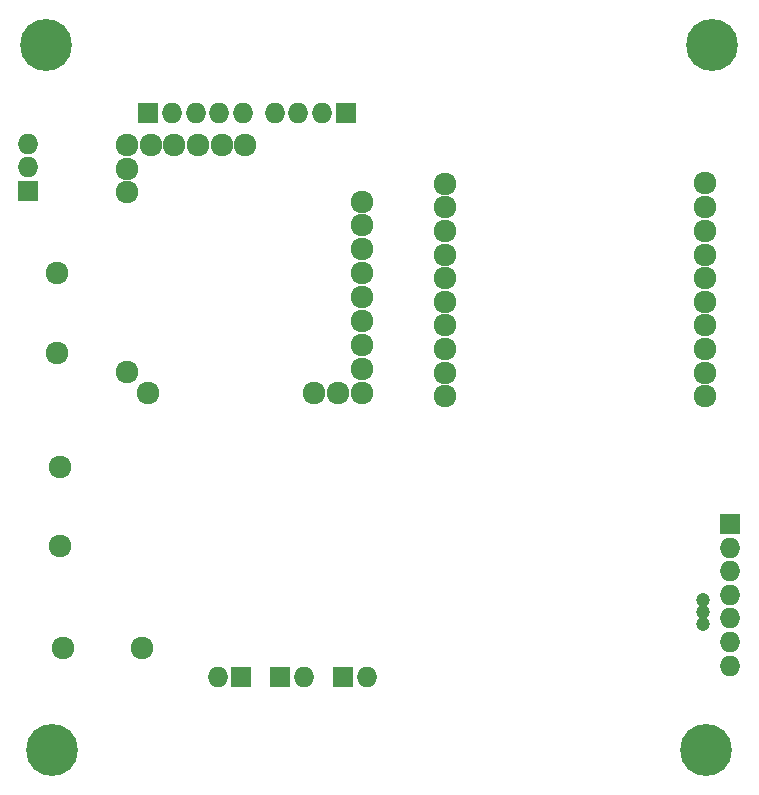
<source format=gbr>
G04 #@! TF.GenerationSoftware,KiCad,Pcbnew,5.0.0-rc3-unknown-3e22e5c~65~ubuntu16.04.1*
G04 #@! TF.CreationDate,2018-07-11T23:18:04-04:00*
G04 #@! TF.ProjectId,Phoenix_schema_new,50686F656E69785F736368656D615F6E,rev?*
G04 #@! TF.SameCoordinates,Original*
G04 #@! TF.FileFunction,Soldermask,Bot*
G04 #@! TF.FilePolarity,Negative*
%FSLAX46Y46*%
G04 Gerber Fmt 4.6, Leading zero omitted, Abs format (unit mm)*
G04 Created by KiCad (PCBNEW 5.0.0-rc3-unknown-3e22e5c~65~ubuntu16.04.1) date Wed Jul 11 23:18:04 2018*
%MOMM*%
%LPD*%
G01*
G04 APERTURE LIST*
%ADD10C,4.400000*%
%ADD11C,1.924000*%
%ADD12R,1.750000X1.750000*%
%ADD13O,1.750000X1.750000*%
%ADD14C,1.200000*%
G04 APERTURE END LIST*
D10*
G04 #@! TO.C,REF\002A\002A*
X161544000Y-126085600D03*
G04 #@! TD*
D11*
G04 #@! TO.C,Zigbee*
X139446000Y-78130400D03*
X139430000Y-80131000D03*
X139430000Y-82131000D03*
X139430000Y-84131000D03*
X139430000Y-86131000D03*
X139430000Y-88131000D03*
X139430000Y-90131000D03*
X139430000Y-92131000D03*
X139430000Y-94131000D03*
X139430000Y-96131000D03*
X161442400Y-78079600D03*
X161430000Y-80131000D03*
X161430000Y-82131000D03*
X161430000Y-84131000D03*
X161430000Y-86131000D03*
X161430000Y-88131000D03*
X161430000Y-90131000D03*
X161430000Y-92131000D03*
X161430000Y-94131000D03*
X161430000Y-96131000D03*
G04 #@! TD*
D12*
G04 #@! TO.C,To ESCs*
X114300000Y-72136000D03*
D13*
X116300000Y-72136000D03*
X118300000Y-72136000D03*
X120300000Y-72136000D03*
X122300000Y-72136000D03*
G04 #@! TD*
D11*
G04 #@! TO.C,ELKA*
X132408477Y-85667204D03*
X132408477Y-83667204D03*
X132408477Y-81667204D03*
X132408477Y-79667204D03*
X114249200Y-95834200D03*
X112471200Y-94056200D03*
X132410200Y-87706200D03*
X132410200Y-89738200D03*
X132410200Y-91770200D03*
X132410200Y-93802200D03*
X128346200Y-95834200D03*
X130378200Y-95834200D03*
X132410200Y-95834200D03*
X112471200Y-78816200D03*
X112471200Y-76911200D03*
X122497200Y-74863200D03*
X120497200Y-74863200D03*
X118497200Y-74863200D03*
X116497200Y-74863200D03*
X114497200Y-74863200D03*
X112471200Y-74879200D03*
G04 #@! TD*
D10*
G04 #@! TO.C,REF\002A\002A*
X105664000Y-66395600D03*
G04 #@! TD*
D11*
G04 #@! TO.C,To EScs*
X106553000Y-85725000D03*
X106553000Y-92456000D03*
G04 #@! TD*
D14*
G04 #@! TO.C,R1*
X161290000Y-113385600D03*
X161290000Y-114401600D03*
X161290000Y-115417600D03*
G04 #@! TD*
D11*
G04 #@! TO.C,J1*
X106807000Y-108839000D03*
X106807000Y-102108000D03*
G04 #@! TD*
D12*
G04 #@! TO.C,J16*
X131000000Y-72136000D03*
D13*
X129000000Y-72136000D03*
X127000000Y-72136000D03*
X125000000Y-72136000D03*
G04 #@! TD*
D12*
G04 #@! TO.C,J3*
X122174000Y-119888000D03*
D13*
X120174000Y-119888000D03*
G04 #@! TD*
D12*
G04 #@! TO.C,J4*
X125476000Y-119888000D03*
D13*
X127476000Y-119888000D03*
G04 #@! TD*
D12*
G04 #@! TO.C,J5*
X130810000Y-119888000D03*
D13*
X132810000Y-119888000D03*
G04 #@! TD*
D11*
G04 #@! TO.C,J6*
X107061000Y-117475000D03*
X113792000Y-117475000D03*
G04 #@! TD*
D12*
G04 #@! TO.C,J9\002CJ15*
X163576000Y-106934000D03*
D13*
X163576000Y-108934000D03*
X163576000Y-110934000D03*
X163576000Y-112934000D03*
X163576000Y-114934000D03*
X163576000Y-116934000D03*
X163576000Y-118934000D03*
G04 #@! TD*
D12*
G04 #@! TO.C,*
X104140000Y-78740000D03*
D13*
X104140000Y-76740000D03*
X104140000Y-74740000D03*
G04 #@! TD*
D10*
G04 #@! TO.C,REF\002A\002A*
X162052000Y-66395600D03*
G04 #@! TD*
G04 #@! TO.C,REF\002A\002A*
X106172000Y-126085600D03*
G04 #@! TD*
M02*

</source>
